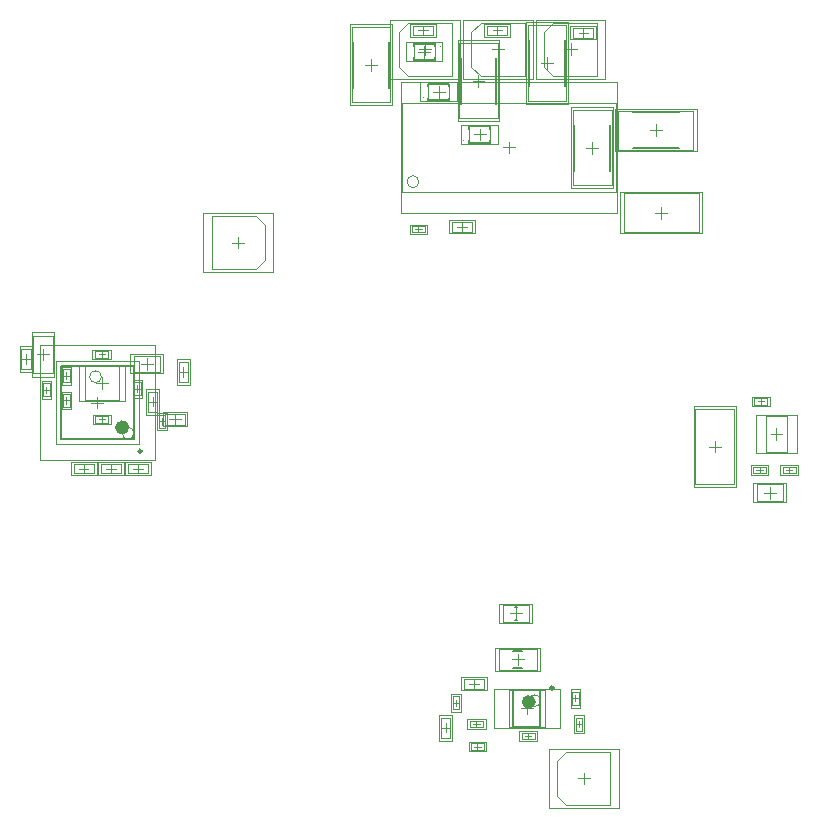
<source format=gbo>
G04 Layer_Color=32896*
%FSLAX43Y43*%
%MOMM*%
G71*
G01*
G75*
%ADD28C,0.100*%
%ADD29C,0.050*%
%ADD43C,0.250*%
%ADD44C,0.600*%
%ADD45C,0.200*%
D28*
X106288Y148229D02*
G03*
X106288Y148229I-50J0D01*
G01*
X104813Y143879D02*
G03*
X104813Y143879I-50J0D01*
G01*
X108288Y140279D02*
G03*
X108288Y140279I-50J0D01*
G01*
X77562Y120250D02*
G03*
X77562Y120250I-500J0D01*
G01*
X104438Y136754D02*
G03*
X104438Y136754I-500J0D01*
G01*
X80313Y115454D02*
G03*
X80313Y115454I-500J0D01*
G01*
X114738Y92804D02*
G03*
X114738Y92804I-500J0D01*
G01*
X76162Y118250D02*
X79062D01*
X76162Y121150D02*
X79062D01*
Y118250D02*
Y121150D01*
X76162Y118250D02*
Y121150D01*
X74325Y119777D02*
X74875D01*
X74325Y120877D02*
X74875D01*
Y119777D02*
Y120877D01*
X74325Y119777D02*
Y120877D01*
X72625Y118577D02*
X73175D01*
X72625Y119677D02*
X73175D01*
Y118577D02*
Y119677D01*
X72625Y118577D02*
Y119677D01*
X74325Y118777D02*
X74875D01*
X74325Y117677D02*
X74875D01*
X74325D02*
Y118777D01*
X74875Y117677D02*
Y118777D01*
X80325Y118677D02*
X80875D01*
Y119777D01*
X80325Y118677D02*
Y119777D01*
X80875D01*
X78150Y116352D02*
Y116902D01*
X77050D02*
X78150D01*
X77050Y116352D02*
X78150D01*
X77050D02*
Y116902D01*
X84650Y116152D02*
Y117102D01*
X82950D02*
X84650D01*
X82950Y116152D02*
X84650D01*
X82950D02*
Y117102D01*
X71750Y120527D02*
X73450D01*
X71750Y123727D02*
X73450D01*
X71750Y120527D02*
Y123727D01*
X73450Y120527D02*
Y123727D01*
X78150Y121852D02*
Y122402D01*
X77050Y121852D02*
Y122402D01*
Y121852D02*
X78150D01*
X77050Y122402D02*
X78150D01*
X81495Y118977D02*
X82305D01*
X81495Y117277D02*
X82305D01*
Y118977D01*
X81495Y117277D02*
Y118977D01*
X82500Y120627D02*
Y122027D01*
X80300Y120627D02*
X82500D01*
X80300D02*
Y122027D01*
X82500D01*
X84095Y119777D02*
X84905D01*
X84095Y121477D02*
X84905D01*
X84095Y119777D02*
Y121477D01*
X84905Y119777D02*
Y121477D01*
X133050Y109727D02*
X135250D01*
X133050Y111127D02*
X135250D01*
Y109727D02*
Y111127D01*
X133050Y109727D02*
Y111127D01*
X115813Y150204D02*
X119538D01*
Y145704D02*
Y150204D01*
X115813Y145704D02*
X119538D01*
X115038Y149429D02*
X115813Y150204D01*
X115038Y146479D02*
Y149429D01*
Y146479D02*
X115813Y145704D01*
X108888Y146479D02*
Y149429D01*
Y146479D02*
X109663Y145704D01*
X113388D01*
Y150204D01*
X109663D02*
X113388D01*
X108888Y149429D02*
X109663Y150204D01*
X103513D02*
X107238D01*
Y145704D02*
Y150204D01*
X103513Y145704D02*
X107238D01*
X102738Y149429D02*
X103513Y150204D01*
X102738Y146479D02*
Y149429D01*
Y146479D02*
X103513Y145704D01*
X90625Y129350D02*
X91400Y130125D01*
Y133075D01*
X86900Y129350D02*
X90625D01*
Y133850D02*
X91400Y133075D01*
X86900Y133850D02*
X90625D01*
X86900Y129350D02*
Y133850D01*
X108950Y132522D02*
Y133332D01*
X107250Y132522D02*
Y133332D01*
Y132522D02*
X108950D01*
X107250Y133332D02*
X108950D01*
X116150Y87702D02*
X116925Y88477D01*
X116150Y84752D02*
Y87702D01*
X116925Y88477D02*
X120650D01*
Y83977D02*
Y88477D01*
X116150Y84752D02*
X116925Y83977D01*
X120650D01*
X136338Y112079D02*
Y112629D01*
X135238D02*
X136338D01*
X135238Y112079D02*
X136338D01*
X135238D02*
Y112629D01*
X133938Y117879D02*
Y118429D01*
X132838D02*
X133938D01*
X132838Y117879D02*
X133938D01*
X132838D02*
Y118429D01*
X133838Y112079D02*
Y112629D01*
X132738D02*
X133838D01*
X132738Y112079D02*
X133838D01*
X132738D02*
Y112629D01*
X127850Y111147D02*
X131150D01*
Y117507D01*
X127850Y111147D02*
Y117507D01*
X131150D01*
X121770Y132477D02*
Y135777D01*
X128130Y132477D02*
Y135777D01*
X121770D02*
X128130D01*
X121770Y132477D02*
X128130D01*
X103850Y132452D02*
Y133002D01*
X104950Y132452D02*
Y133002D01*
X103850D02*
X104950D01*
X103850Y132452D02*
X104950D01*
X133838Y113904D02*
X135588D01*
Y116904D01*
X133838D02*
X135588D01*
X133838Y113904D02*
Y116904D01*
X121138Y135854D02*
Y143454D01*
X103038D02*
X121138D01*
X103038Y135854D02*
X121138D01*
X103038D02*
Y143454D01*
X127680Y139477D02*
Y142777D01*
X121320D02*
X127680D01*
X121320Y139477D02*
Y142777D01*
Y139477D02*
X127680D01*
X119213Y148949D02*
Y149759D01*
X117513Y148949D02*
X119213D01*
X117513Y149759D02*
X119213D01*
X117513Y148949D02*
Y149759D01*
X111938Y149149D02*
Y149959D01*
X110238Y149149D02*
X111938D01*
X110238Y149959D02*
X111938D01*
X110238Y149149D02*
Y149959D01*
X105638Y149149D02*
Y149959D01*
X103938Y149149D02*
X105638D01*
X103938Y149959D02*
X105638D01*
X103938Y149149D02*
Y149959D01*
X106295Y89677D02*
Y91377D01*
Y89677D02*
X107105D01*
X106295Y91377D02*
X107105D01*
Y89677D02*
Y91377D01*
X109860Y90552D02*
Y91102D01*
X108760Y90552D02*
Y91102D01*
X109860D01*
X108760Y90552D02*
X109860D01*
X70795Y120877D02*
Y122577D01*
Y120877D02*
X71605D01*
X70795Y122577D02*
X71605D01*
Y120877D02*
Y122577D01*
X81513Y112049D02*
Y112859D01*
X79813Y112049D02*
X81513D01*
X79813Y112859D02*
X81513D01*
X79813Y112049D02*
Y112859D01*
X117975Y92477D02*
Y93577D01*
X117425D02*
X117975D01*
X117425Y92477D02*
X117975D01*
X117425D02*
Y93577D01*
X76913Y112049D02*
Y112859D01*
X75213Y112049D02*
X76913D01*
X75213Y112859D02*
X76913D01*
X75213Y112049D02*
Y112859D01*
X79238Y112049D02*
Y112859D01*
X77538Y112049D02*
X79238D01*
X77538Y112859D02*
X79238D01*
X77538Y112049D02*
Y112859D01*
X108275Y93822D02*
Y94632D01*
X109975Y93822D02*
Y94632D01*
X108275D02*
X109975D01*
X108275Y93822D02*
X109975D01*
X113750Y99500D02*
Y100900D01*
X111550D02*
X113750D01*
X111550Y99500D02*
Y100900D01*
Y99500D02*
X113750D01*
X114400Y95450D02*
Y97150D01*
X111200D02*
X114400D01*
X111200Y95450D02*
Y97150D01*
Y95450D02*
X114400D01*
X103988Y148429D02*
X105788D01*
X103988Y147079D02*
X105788D01*
Y148429D01*
X103988Y147079D02*
Y148429D01*
X105213Y145029D02*
X107013D01*
Y143679D02*
Y145029D01*
X105213Y143679D02*
Y145029D01*
Y143679D02*
X107013D01*
X108688Y141429D02*
X110488D01*
Y140079D02*
Y141429D01*
X108688Y140079D02*
Y141429D01*
Y140079D02*
X110488D01*
X98738Y143474D02*
X102038D01*
X98738Y149834D02*
X102038D01*
Y143474D02*
Y149834D01*
X98738Y143474D02*
Y149834D01*
X107838Y148484D02*
X111138D01*
Y142124D02*
Y148484D01*
X107838Y142124D02*
Y148484D01*
Y142124D02*
X111138D01*
X113638Y149984D02*
X116938D01*
Y143624D02*
Y149984D01*
X113638Y143624D02*
Y149984D01*
Y143624D02*
X116938D01*
X117450Y136447D02*
X120750D01*
Y142807D01*
X117450Y136447D02*
Y142807D01*
X120750D01*
X82413Y117004D02*
X82963D01*
X82413Y115904D02*
X82963D01*
Y117004D01*
X82413Y115904D02*
Y117004D01*
X114250Y89552D02*
Y90102D01*
X113150Y89552D02*
X114250D01*
X113150Y90102D02*
X114250D01*
X113150Y89552D02*
Y90102D01*
X109950Y88652D02*
Y89202D01*
X108850Y88652D02*
X109950D01*
X108850Y89202D02*
X109950D01*
X108850Y88652D02*
Y89202D01*
X118275Y90277D02*
Y91377D01*
X117725D02*
X118275D01*
X117725Y90277D02*
X118275D01*
X117725D02*
Y91377D01*
X107875Y92077D02*
Y93177D01*
X107325D02*
X107875D01*
X107325Y92077D02*
X107875D01*
X107325D02*
Y93177D01*
X80713Y114554D02*
Y121554D01*
X73713D02*
X80713D01*
X73713Y114554D02*
X80713D01*
X73713D02*
Y121554D01*
X115138Y90604D02*
Y93704D01*
X112038D02*
X115138D01*
X112038Y90604D02*
X115138D01*
X112038D02*
Y93704D01*
X77612Y119200D02*
Y120200D01*
X77112Y119700D02*
X78112D01*
X74325Y120327D02*
X74875D01*
X74600Y120052D02*
Y120602D01*
X72625Y119127D02*
X73175D01*
X72900Y118852D02*
Y119402D01*
X74325Y118227D02*
X74875D01*
X74600Y117952D02*
Y118502D01*
X80325Y119227D02*
X80875D01*
X80600Y118952D02*
Y119502D01*
X77600Y116352D02*
Y116902D01*
X77325Y116627D02*
X77875D01*
X83800Y116152D02*
Y117102D01*
X83325Y116627D02*
X84275D01*
X72600Y121627D02*
Y122627D01*
X72100Y122127D02*
X73100D01*
X77600Y121852D02*
Y122402D01*
X77325Y122127D02*
X77875D01*
X81900Y117722D02*
Y118532D01*
X81495Y118127D02*
X82305D01*
X80900Y121327D02*
X81900D01*
X81400Y120827D02*
Y121827D01*
X84500Y120222D02*
Y121032D01*
X84095Y120627D02*
X84905D01*
X134150Y109927D02*
Y110927D01*
X133650Y110427D02*
X134650D01*
X117288Y147454D02*
Y148454D01*
X116788Y147954D02*
X117788D01*
X111138Y147454D02*
Y148454D01*
X110638Y147954D02*
X111638D01*
X104988Y147454D02*
Y148454D01*
X104488Y147954D02*
X105488D01*
X89150Y131100D02*
Y132100D01*
X88650Y131600D02*
X89650D01*
X107695Y132927D02*
X108505D01*
X108100Y132522D02*
Y133332D01*
X118400Y85727D02*
Y86727D01*
X117900Y86227D02*
X118900D01*
X135513Y112354D02*
X136063D01*
X135788Y112079D02*
Y112629D01*
X133113Y118154D02*
X133663D01*
X133388Y117879D02*
Y118429D01*
X133013Y112354D02*
X133563D01*
X133288Y112079D02*
Y112629D01*
X129000Y114327D02*
X130000D01*
X129500Y113827D02*
Y114827D01*
X124450Y134127D02*
X125450D01*
X124950Y133627D02*
Y134627D01*
X104400Y132452D02*
Y133002D01*
X104125Y132727D02*
X104675D01*
X134713Y114904D02*
Y115904D01*
X134213Y115404D02*
X135213D01*
X111588Y139654D02*
X112588D01*
X112088Y139154D02*
Y140154D01*
X124500Y140627D02*
Y141627D01*
X124000Y141127D02*
X125000D01*
X118363Y148949D02*
Y149759D01*
X117958Y149354D02*
X118768D01*
X111088Y149149D02*
Y149959D01*
X110683Y149554D02*
X111493D01*
X104788Y149149D02*
Y149959D01*
X104383Y149554D02*
X105193D01*
X106700Y90122D02*
Y90932D01*
X106295Y90527D02*
X107105D01*
X109310Y90552D02*
Y91102D01*
X109035Y90827D02*
X109585D01*
X71200Y121322D02*
Y122132D01*
X70795Y121727D02*
X71605D01*
X80663Y112049D02*
Y112859D01*
X80258Y112454D02*
X81068D01*
X117700Y92752D02*
Y93302D01*
X117425Y93027D02*
X117975D01*
X76063Y112049D02*
Y112859D01*
X75658Y112454D02*
X76468D01*
X78388Y112049D02*
Y112859D01*
X77983Y112454D02*
X78793D01*
X109125Y93822D02*
Y94632D01*
X108720Y94227D02*
X109530D01*
X112150Y100200D02*
X113150D01*
X112650Y99700D02*
Y100700D01*
X112300Y96300D02*
X113300D01*
X112800Y95800D02*
Y96800D01*
X104388Y147754D02*
X105388D01*
X104888Y147254D02*
Y148254D01*
X106113Y143854D02*
Y144854D01*
X105613Y144354D02*
X106613D01*
X109588Y140254D02*
Y141254D01*
X109088Y140754D02*
X110088D01*
X100388Y146154D02*
Y147154D01*
X99888Y146654D02*
X100888D01*
X109488Y144804D02*
Y145804D01*
X108988Y145304D02*
X109988D01*
X115288Y146304D02*
Y147304D01*
X114788Y146804D02*
X115788D01*
X118600Y139627D02*
X119600D01*
X119100Y139127D02*
Y140127D01*
X82413Y116454D02*
X82963D01*
X82688Y116179D02*
Y116729D01*
X113700Y89552D02*
Y90102D01*
X113425Y89827D02*
X113975D01*
X109400Y88652D02*
Y89202D01*
X109125Y88927D02*
X109675D01*
X118000Y90552D02*
Y91102D01*
X117725Y90827D02*
X118275D01*
X107600Y92352D02*
Y92902D01*
X107325Y92627D02*
X107875D01*
X77213Y117554D02*
Y118554D01*
X76713Y118054D02*
X77713D01*
X113088Y92154D02*
X114088D01*
X113588Y91654D02*
Y92654D01*
D29*
X75657Y118150D02*
X79567D01*
X75657Y121250D02*
X79567D01*
Y118150D02*
Y121250D01*
X75657Y118150D02*
Y121250D01*
X75000Y119577D02*
Y121077D01*
X74200Y119577D02*
X75000D01*
X74200Y121077D02*
X75000D01*
X74200Y119577D02*
Y121077D01*
X73300Y118377D02*
Y119877D01*
X72500Y118377D02*
X73300D01*
X72500Y119877D02*
X73300D01*
X72500Y118377D02*
Y119877D01*
X74200Y117477D02*
Y118977D01*
X75000D01*
X74200Y117477D02*
X75000D01*
Y118977D01*
X80200Y118477D02*
X81000D01*
X80200D02*
Y119977D01*
X81000Y118477D02*
Y119977D01*
X80200D02*
X81000D01*
X78350Y116227D02*
Y117027D01*
X76850Y116227D02*
X78350D01*
X76850Y117027D02*
X78350D01*
X76850Y116227D02*
Y117027D01*
X84850Y116027D02*
Y117227D01*
X82750Y116027D02*
X84850D01*
X82750Y117227D02*
X84850D01*
X82750Y116027D02*
Y117227D01*
X71650Y120227D02*
X73550D01*
X71650Y124027D02*
X73550D01*
X71650Y120227D02*
Y124027D01*
X73550Y120227D02*
Y124027D01*
X78400Y121727D02*
Y122527D01*
X76800Y121727D02*
X78400D01*
X76800Y122527D02*
X78400D01*
X76800Y121727D02*
Y122527D01*
X81350Y119227D02*
X82450D01*
X81350Y117027D02*
X82450D01*
Y119227D01*
X81350Y117027D02*
Y119227D01*
X82800Y120527D02*
Y122127D01*
X80000Y120527D02*
X82800D01*
X80000Y122127D02*
X82800D01*
X80000Y120527D02*
Y122127D01*
X83950Y119527D02*
X85050D01*
X83950Y121727D02*
X85050D01*
X83950Y119527D02*
Y121727D01*
X85050Y119527D02*
Y121727D01*
X132750Y109627D02*
X135550D01*
X132750Y111227D02*
X135550D01*
Y109627D02*
Y111227D01*
X132750Y109627D02*
Y111227D01*
X120238Y145454D02*
Y150454D01*
X114338D02*
X120238D01*
X114338Y145454D02*
X120238D01*
X114338D02*
Y150454D01*
X108188Y145454D02*
X114088D01*
X108188Y150454D02*
X114088D01*
Y145454D02*
Y150454D01*
X108188Y145454D02*
Y150454D01*
X107938Y145454D02*
Y150454D01*
X102038D02*
X107938D01*
X102038Y145454D02*
X107938D01*
X102038D02*
Y150454D01*
X86200Y129100D02*
X92100D01*
Y134100D01*
X86200Y129100D02*
Y134100D01*
X92100D01*
X109200Y132377D02*
Y133477D01*
X107000Y132377D02*
Y133477D01*
Y132377D02*
X109200D01*
X107000Y133477D02*
X109200D01*
X115450Y88727D02*
X121350D01*
X115450Y83727D02*
Y88727D01*
X121350Y83727D02*
Y88727D01*
X115450Y83727D02*
X121350D01*
X136538Y111954D02*
Y112754D01*
X135038D02*
X136538D01*
X135038Y111954D02*
X136538D01*
X135038D02*
Y112754D01*
X134138Y117754D02*
Y118554D01*
X132638D02*
X134138D01*
X132638Y117754D02*
X134138D01*
X132638D02*
Y118554D01*
X134038Y111954D02*
Y112754D01*
X132538D02*
X134038D01*
X132538Y111954D02*
X134038D01*
X132538D02*
Y112754D01*
X131250Y110877D02*
Y117777D01*
X127750D02*
X131250D01*
X127750Y110877D02*
X131250D01*
X127750D02*
Y117777D01*
X121500Y132377D02*
Y135877D01*
X128400Y132377D02*
Y135877D01*
X121500D02*
X128400D01*
X121500Y132377D02*
X128400D01*
X103650Y133127D02*
X105150D01*
X103650Y132327D02*
Y133127D01*
X105150Y132327D02*
Y133127D01*
X103650Y132327D02*
X105150D01*
X136463Y113804D02*
Y117004D01*
X132963D02*
X136463D01*
X132963Y113804D02*
X136463D01*
X132963D02*
Y117004D01*
X121238Y134079D02*
Y145229D01*
X102938D02*
X121238D01*
X102938Y134079D02*
X121238D01*
X102938D02*
Y145229D01*
X127950Y139377D02*
Y142877D01*
X121050D02*
X127950D01*
X121050Y139377D02*
X127950D01*
X121050D02*
Y142877D01*
X119463Y148804D02*
Y149904D01*
X117263D02*
X119463D01*
X117263Y148804D02*
X119463D01*
X117263D02*
Y149904D01*
X112188Y149004D02*
Y150104D01*
X109988D02*
X112188D01*
X109988Y149004D02*
X112188D01*
X109988D02*
Y150104D01*
X105888Y149004D02*
Y150104D01*
X103688D02*
X105888D01*
X103688Y149004D02*
X105888D01*
X103688D02*
Y150104D01*
X106150Y89427D02*
Y91627D01*
Y89427D02*
X107250D01*
X106150Y91627D02*
X107250D01*
Y89427D02*
Y91627D01*
X110110Y90427D02*
Y91227D01*
X108510D02*
X110110D01*
X108510Y90427D02*
X110110D01*
X108510D02*
Y91227D01*
X70650Y120627D02*
Y122827D01*
Y120627D02*
X71750D01*
X70650Y122827D02*
X71750D01*
Y120627D02*
Y122827D01*
X81763Y111904D02*
Y113004D01*
X79563D02*
X81763D01*
X79563Y111904D02*
X81763D01*
X79563D02*
Y113004D01*
X118100Y92227D02*
Y93827D01*
X117300D02*
X118100D01*
X117300Y92227D02*
X118100D01*
X117300D02*
Y93827D01*
X77163Y111904D02*
Y113004D01*
X74963D02*
X77163D01*
X74963Y111904D02*
X77163D01*
X74963D02*
Y113004D01*
X79488Y111904D02*
Y113004D01*
X77288D02*
X79488D01*
X77288Y111904D02*
X79488D01*
X77288D02*
Y113004D01*
X108025Y94777D02*
X110225D01*
X108025Y93677D02*
Y94777D01*
X110225Y93677D02*
Y94777D01*
X108025Y93677D02*
X110225D01*
X114050Y99400D02*
Y101000D01*
X111250D02*
X114050D01*
X111250Y99400D02*
X114050D01*
X111250D02*
Y101000D01*
X114700Y95350D02*
Y97250D01*
X110900D02*
X114700D01*
X110900Y95350D02*
X114700D01*
X110900D02*
Y97250D01*
X106438Y146954D02*
Y148554D01*
X103338D02*
X106438D01*
X103338Y146954D02*
X106438D01*
X103338D02*
Y148554D01*
X107663Y143554D02*
Y145154D01*
X104563D02*
X107663D01*
X104563Y143554D02*
X107663D01*
X104563D02*
Y145154D01*
X111138Y139954D02*
Y141554D01*
X108038D02*
X111138D01*
X108038Y139954D02*
X111138D01*
X108038D02*
Y141554D01*
X98638Y143204D02*
X102138D01*
X98638Y150104D02*
X102138D01*
Y143204D02*
Y150104D01*
X98638Y143204D02*
Y150104D01*
X111238Y141854D02*
Y148754D01*
X107738D02*
X111238D01*
X107738Y141854D02*
X111238D01*
X107738D02*
Y148754D01*
X117038Y143354D02*
Y150254D01*
X113538D02*
X117038D01*
X113538Y143354D02*
X117038D01*
X113538D02*
Y150254D01*
X120850Y136177D02*
Y143077D01*
X117350D02*
X120850D01*
X117350Y136177D02*
X120850D01*
X117350D02*
Y143077D01*
X83088Y115704D02*
Y117204D01*
X82288D02*
X83088D01*
X82288Y115704D02*
X83088D01*
X82288D02*
Y117204D01*
X114450Y89427D02*
Y90227D01*
X112950D02*
X114450D01*
X112950Y89427D02*
X114450D01*
X112950D02*
Y90227D01*
X110150Y88527D02*
Y89327D01*
X108650D02*
X110150D01*
X108650Y88527D02*
X110150D01*
X108650D02*
Y89327D01*
X118400Y90077D02*
Y91577D01*
X117600D02*
X118400D01*
X117600Y90077D02*
X118400D01*
X117600D02*
Y91577D01*
X108000Y91877D02*
Y93377D01*
X107200D02*
X108000D01*
X107200Y91877D02*
X108000D01*
X107200D02*
Y93377D01*
X82063Y113204D02*
Y122904D01*
X72363D02*
X82063D01*
X72363Y113204D02*
X82063D01*
X72363D02*
Y122904D01*
X116388Y90504D02*
Y93804D01*
X110788D02*
X116388D01*
X110788Y90504D02*
X116388D01*
X110788D02*
Y93804D01*
D43*
X80963Y113929D02*
G03*
X80963Y113929I-125J0D01*
G01*
X115838Y93904D02*
G03*
X115838Y93904I-125J0D01*
G01*
D44*
X79613Y115954D02*
G03*
X79613Y115954I-300J0D01*
G01*
X114038Y92704D02*
G03*
X114038Y92704I-300J0D01*
G01*
D45*
X122550Y142627D02*
X126450D01*
X122550Y139627D02*
X126450D01*
X112550Y100775D02*
X112750D01*
X112550Y99625D02*
X112750D01*
X112450Y97025D02*
X113150D01*
X112450Y95575D02*
X113150D01*
X105788Y148229D02*
Y148454D01*
Y147054D02*
Y147279D01*
X103988Y148454D02*
X105788D01*
X103988Y148229D02*
Y148454D01*
Y147054D02*
X105788D01*
X103988D02*
Y147279D01*
X107013Y144829D02*
Y145054D01*
Y143654D02*
Y143879D01*
X105213Y145054D02*
X107013D01*
X105213Y144829D02*
Y145054D01*
Y143654D02*
X107013D01*
X105213D02*
Y143879D01*
X110488Y141229D02*
Y141454D01*
Y140054D02*
Y140279D01*
X108688Y141454D02*
X110488D01*
X108688Y141229D02*
Y141454D01*
Y140054D02*
X110488D01*
X108688D02*
Y140279D01*
X101888Y144704D02*
Y148604D01*
X98888Y144704D02*
Y148604D01*
X110988Y143354D02*
Y147254D01*
X107988Y143354D02*
Y147254D01*
X116788Y144854D02*
Y148754D01*
X113788Y144854D02*
Y148754D01*
X120600Y137677D02*
Y141577D01*
X117600Y137677D02*
Y141577D01*
X80313Y114954D02*
Y121154D01*
X74113D02*
X80313D01*
X74113Y114954D02*
X80313D01*
X74113D02*
Y121154D01*
X112438Y93704D02*
X114738D01*
Y90604D02*
Y93704D01*
X112438Y90604D02*
X114738D01*
X112438D02*
Y93704D01*
M02*

</source>
